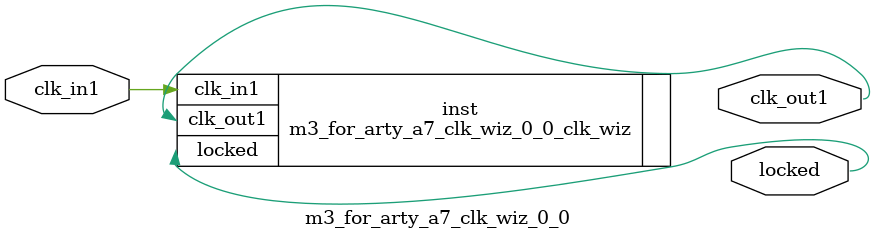
<source format=v>


`timescale 1ps/1ps

(* CORE_GENERATION_INFO = "m3_for_arty_a7_clk_wiz_0_0,clk_wiz_v6_0_3_0_0,{component_name=m3_for_arty_a7_clk_wiz_0_0,use_phase_alignment=true,use_min_o_jitter=false,use_max_i_jitter=false,use_dyn_phase_shift=false,use_inclk_switchover=false,use_dyn_reconfig=false,enable_axi=0,feedback_source=FDBK_AUTO,PRIMITIVE=MMCM,num_out_clk=1,clkin1_period=10.000,clkin2_period=10.000,use_power_down=false,use_reset=false,use_locked=true,use_inclk_stopped=false,feedback_type=SINGLE,CLOCK_MGR_TYPE=NA,manual_override=false}" *)

module m3_for_arty_a7_clk_wiz_0_0 
 (
  // Clock out ports
  output        clk_out1,
  // Status and control signals
  output        locked,
 // Clock in ports
  input         clk_in1
 );

  m3_for_arty_a7_clk_wiz_0_0_clk_wiz inst
  (
  // Clock out ports  
  .clk_out1(clk_out1),
  // Status and control signals               
  .locked(locked),
 // Clock in ports
  .clk_in1(clk_in1)
  );

endmodule

</source>
